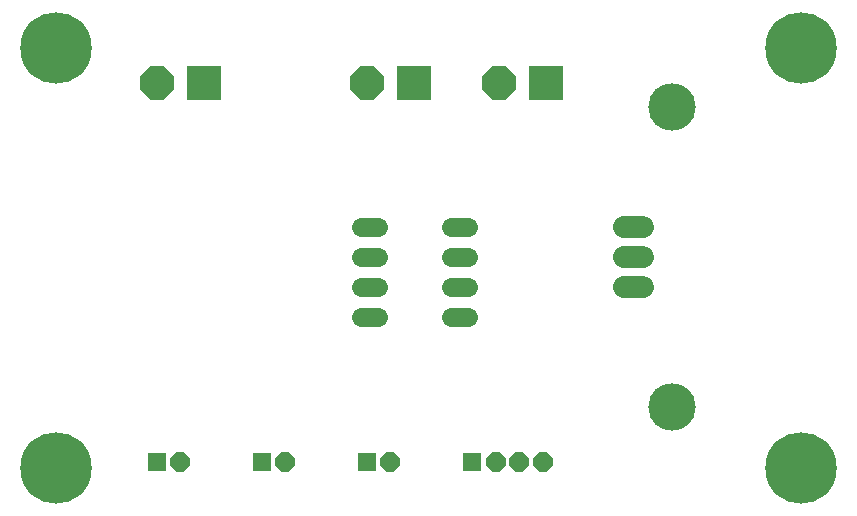
<source format=gbr>
G04 EAGLE Gerber RS-274X export*
G75*
%MOMM*%
%FSLAX34Y34*%
%LPD*%
%INSoldermask Bottom*%
%IPPOS*%
%AMOC8*
5,1,8,0,0,1.08239X$1,22.5*%
G01*
%ADD10C,1.625600*%
%ADD11R,2.870200X2.870200*%
%ADD12P,3.106676X8X292.500000*%
%ADD13R,1.625600X1.625600*%
%ADD14P,1.759533X8X112.500000*%
%ADD15C,1.828800*%
%ADD16C,6.045200*%
%ADD17C,1.212800*%
%ADD18C,4.013200*%


D10*
X298188Y244300D02*
X312412Y244300D01*
X312412Y218900D02*
X298188Y218900D01*
X298188Y193500D02*
X312412Y193500D01*
X312412Y168100D02*
X298188Y168100D01*
X374388Y168100D02*
X388612Y168100D01*
X388612Y193500D02*
X374388Y193500D01*
X374388Y218900D02*
X388612Y218900D01*
X388612Y244300D02*
X374388Y244300D01*
D11*
X165080Y366220D03*
D12*
X125480Y366220D03*
D11*
X342880Y366220D03*
D12*
X303280Y366220D03*
D13*
X392140Y44910D03*
D14*
X412140Y44910D03*
X432140Y44910D03*
X452140Y44910D03*
D13*
X302920Y44910D03*
D14*
X322920Y44910D03*
D13*
X214020Y44910D03*
D14*
X234020Y44910D03*
D13*
X125120Y44910D03*
D14*
X145120Y44910D03*
D11*
X454640Y366220D03*
D12*
X415040Y366220D03*
D15*
X520692Y244300D02*
X536948Y244300D01*
X536948Y218900D02*
X520692Y218900D01*
X520692Y193500D02*
X536948Y193500D01*
D16*
X40000Y396000D03*
D17*
X31872Y417844D03*
X47112Y418098D03*
X59304Y408954D03*
X63114Y393714D03*
X56002Y379236D03*
X41524Y372886D03*
X25522Y377966D03*
X17140Y391682D03*
X19680Y407430D03*
D16*
X671000Y396000D03*
D17*
X662872Y417844D03*
X678112Y418098D03*
X690304Y408954D03*
X694114Y393714D03*
X687002Y379236D03*
X672524Y372886D03*
X656522Y377966D03*
X648140Y391682D03*
X650680Y407430D03*
D16*
X40000Y40000D03*
D17*
X31872Y61844D03*
X47112Y62098D03*
X59304Y52954D03*
X63114Y37714D03*
X56002Y23236D03*
X41524Y16886D03*
X25522Y21966D03*
X17140Y35682D03*
X19680Y51430D03*
D16*
X671000Y40000D03*
D17*
X662872Y61844D03*
X678112Y62098D03*
X690304Y52954D03*
X694114Y37714D03*
X687002Y23236D03*
X672524Y16886D03*
X656522Y21966D03*
X648140Y35682D03*
X650680Y51430D03*
D18*
X561840Y91900D03*
X561840Y345900D03*
M02*

</source>
